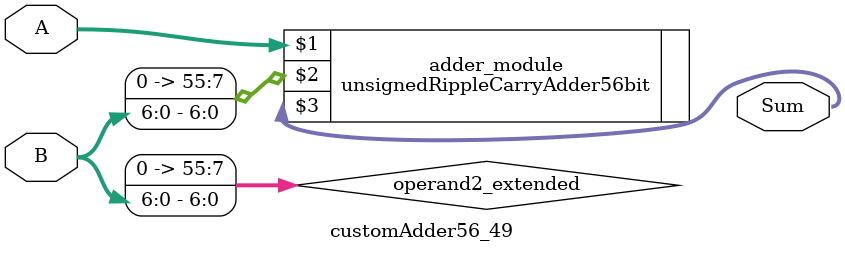
<source format=v>
module customAdder56_49(
                        input [55 : 0] A,
                        input [6 : 0] B,
                        
                        output [56 : 0] Sum
                );

        wire [55 : 0] operand2_extended;
        
        assign operand2_extended =  {49'b0, B};
        
        unsignedRippleCarryAdder56bit adder_module(
            A,
            operand2_extended,
            Sum
        );
        
        endmodule
        
</source>
